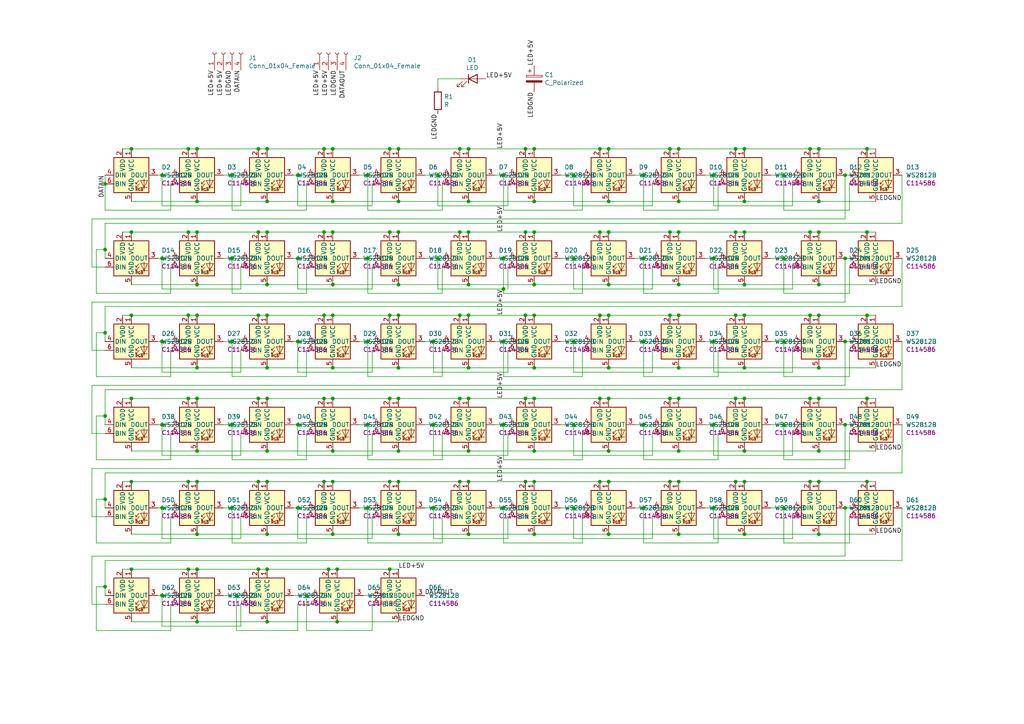
<source format=kicad_sch>
(kicad_sch (version 20211123) (generator eeschema)
  (paper "A4")
  (junction (at 237.49 115.57))
  (junction (at 135.89 139.7))
  (junction (at 95.25 165.1))
  (junction (at 196.85 154.94))
  (junction (at 186.69 50.8))
  (junction (at 113.03 67.31))
  (junction (at 176.53 43.18))
  (junction (at 30.48 120.65))
  (junction (at 77.47 130.81))
  (junction (at 38.1 43.18))
  (junction (at 154.94 67.31))
  (junction (at 173.99 67.31))
  (junction (at 135.89 154.94))
  (junction (at 176.53 139.7))
  (junction (at 176.53 130.81))
  (junction (at 67.31 74.93))
  (junction (at 57.15 43.18))
  (junction (at 133.35 91.44))
  (junction (at 196.85 130.81))
  (junction (at 196.85 139.7))
  (junction (at 176.53 115.57))
  (junction (at 86.36 50.8))
  (junction (at 133.35 115.57))
  (junction (at 154.94 82.55))
  (junction (at 93.98 139.7))
  (junction (at 213.36 91.44))
  (junction (at 215.9 154.94))
  (junction (at 196.85 91.44))
  (junction (at 57.15 139.7))
  (junction (at 86.36 123.19))
  (junction (at 106.68 74.93))
  (junction (at 196.85 43.18))
  (junction (at 38.1 115.57))
  (junction (at 234.95 139.7))
  (junction (at 67.31 147.32))
  (junction (at 54.61 139.7))
  (junction (at 166.37 123.19))
  (junction (at 176.53 154.94))
  (junction (at 154.94 115.57))
  (junction (at 251.46 115.57))
  (junction (at 57.15 154.94))
  (junction (at 77.47 58.42))
  (junction (at 215.9 106.68))
  (junction (at 38.1 67.31))
  (junction (at 97.79 165.1))
  (junction (at 93.98 91.44))
  (junction (at 77.47 165.1))
  (junction (at 93.98 43.18))
  (junction (at 154.94 106.68))
  (junction (at 133.35 43.18))
  (junction (at 152.4 43.18))
  (junction (at 54.61 43.18))
  (junction (at 176.53 91.44))
  (junction (at 215.9 43.18))
  (junction (at 46.99 123.19))
  (junction (at 173.99 115.57))
  (junction (at 30.48 144.78))
  (junction (at 215.9 82.55))
  (junction (at 77.47 180.34))
  (junction (at 194.31 115.57))
  (junction (at 176.53 67.31))
  (junction (at 133.35 139.7))
  (junction (at 196.85 67.31))
  (junction (at 237.49 82.55))
  (junction (at 135.89 106.68))
  (junction (at 127 74.93))
  (junction (at 237.49 67.31))
  (junction (at 115.57 130.81))
  (junction (at 166.37 99.06))
  (junction (at 96.52 139.7))
  (junction (at 152.4 91.44))
  (junction (at 237.49 91.44))
  (junction (at 96.52 154.94))
  (junction (at 57.15 91.44))
  (junction (at 227.33 99.06))
  (junction (at 154.94 58.42))
  (junction (at 196.85 58.42))
  (junction (at 96.52 106.68))
  (junction (at 86.36 147.32))
  (junction (at 251.46 139.7))
  (junction (at 207.01 123.19))
  (junction (at 96.52 130.81))
  (junction (at 57.15 115.57))
  (junction (at 77.47 115.57))
  (junction (at 245.11 50.8))
  (junction (at 113.03 139.7))
  (junction (at 115.57 43.18))
  (junction (at 93.98 115.57))
  (junction (at 213.36 139.7))
  (junction (at 207.01 147.32))
  (junction (at 135.89 58.42))
  (junction (at 46.99 147.32))
  (junction (at 115.57 82.55))
  (junction (at 215.9 91.44))
  (junction (at 234.95 115.57))
  (junction (at 215.9 58.42))
  (junction (at 113.03 165.1))
  (junction (at 77.47 106.68))
  (junction (at 57.15 180.34))
  (junction (at 77.47 139.7))
  (junction (at 176.53 106.68))
  (junction (at 113.03 91.44))
  (junction (at 46.99 172.72))
  (junction (at 194.31 67.31))
  (junction (at 46.99 99.06))
  (junction (at 74.93 165.1))
  (junction (at 194.31 91.44))
  (junction (at 245.11 74.93))
  (junction (at 115.57 154.94))
  (junction (at 234.95 43.18))
  (junction (at 96.52 115.57))
  (junction (at 57.15 130.81))
  (junction (at 196.85 106.68))
  (junction (at 251.46 67.31))
  (junction (at 154.94 139.7))
  (junction (at 74.93 43.18))
  (junction (at 135.89 43.18))
  (junction (at 245.11 99.06))
  (junction (at 135.89 130.81))
  (junction (at 74.93 91.44))
  (junction (at 96.52 82.55))
  (junction (at 215.9 67.31))
  (junction (at 154.94 154.94))
  (junction (at 96.52 67.31))
  (junction (at 146.05 83.82))
  (junction (at 194.31 139.7))
  (junction (at 166.37 74.93))
  (junction (at 173.99 91.44))
  (junction (at 57.15 82.55))
  (junction (at 57.15 67.31))
  (junction (at 176.53 58.42))
  (junction (at 106.68 147.32))
  (junction (at 77.47 82.55))
  (junction (at 234.95 91.44))
  (junction (at 237.49 154.94))
  (junction (at 67.31 123.19))
  (junction (at 57.15 165.1))
  (junction (at 194.31 43.18))
  (junction (at 146.05 74.93))
  (junction (at 125.73 99.06))
  (junction (at 234.95 67.31))
  (junction (at 86.36 74.93))
  (junction (at 213.36 115.57))
  (junction (at 176.53 82.55))
  (junction (at 186.69 99.06))
  (junction (at 245.11 147.32))
  (junction (at 115.57 115.57))
  (junction (at 133.35 67.31))
  (junction (at 115.57 91.44))
  (junction (at 113.03 115.57))
  (junction (at 54.61 67.31))
  (junction (at 57.15 106.68))
  (junction (at 88.9 172.72))
  (junction (at 77.47 67.31))
  (junction (at 30.48 72.39))
  (junction (at 96.52 58.42))
  (junction (at 96.52 91.44))
  (junction (at 54.61 165.1))
  (junction (at 186.69 123.19))
  (junction (at 127 50.8))
  (junction (at 93.98 67.31))
  (junction (at 106.68 50.8))
  (junction (at 38.1 139.7))
  (junction (at 215.9 130.81))
  (junction (at 215.9 115.57))
  (junction (at 251.46 43.18))
  (junction (at 30.48 170.18))
  (junction (at 115.57 106.68))
  (junction (at 30.48 96.52))
  (junction (at 46.99 50.8))
  (junction (at 245.11 123.19))
  (junction (at 135.89 67.31))
  (junction (at 251.46 91.44))
  (junction (at 77.47 154.94))
  (junction (at 213.36 67.31))
  (junction (at 54.61 115.57))
  (junction (at 152.4 139.7))
  (junction (at 207.01 50.8))
  (junction (at 115.57 139.7))
  (junction (at 96.52 43.18))
  (junction (at 54.61 91.44))
  (junction (at 74.93 67.31))
  (junction (at 146.05 147.32))
  (junction (at 173.99 139.7))
  (junction (at 135.89 82.55))
  (junction (at 38.1 165.1))
  (junction (at 146.05 50.8))
  (junction (at 215.9 139.7))
  (junction (at 106.68 99.06))
  (junction (at 74.93 115.57))
  (junction (at 237.49 58.42))
  (junction (at 154.94 130.81))
  (junction (at 166.37 50.8))
  (junction (at 106.68 123.19))
  (junction (at 146.05 123.19))
  (junction (at 227.33 147.32))
  (junction (at 166.37 147.32))
  (junction (at 196.85 82.55))
  (junction (at 67.31 50.8))
  (junction (at 57.15 58.42))
  (junction (at 67.31 99.06))
  (junction (at 237.49 43.18))
  (junction (at 227.33 74.93))
  (junction (at 146.05 99.06))
  (junction (at 125.73 123.19))
  (junction (at 113.03 43.18))
  (junction (at 237.49 106.68))
  (junction (at 152.4 115.57))
  (junction (at 46.99 74.93))
  (junction (at 74.93 139.7))
  (junction (at 213.36 43.18))
  (junction (at 186.69 74.93))
  (junction (at 135.89 115.57))
  (junction (at 152.4 67.31))
  (junction (at 86.36 99.06))
  (junction (at 237.49 139.7))
  (junction (at 237.49 130.81))
  (junction (at 154.94 91.44))
  (junction (at 227.33 50.8))
  (junction (at 30.48 53.34))
  (junction (at 68.58 172.72))
  (junction (at 77.47 91.44))
  (junction (at 227.33 123.19))
  (junction (at 207.01 74.93))
  (junction (at 115.57 58.42))
  (junction (at 186.69 147.32))
  (junction (at 38.1 91.44))
  (junction (at 196.85 115.57))
  (junction (at 125.73 147.32))
  (junction (at 207.01 99.06))
  (junction (at 115.57 67.31))
  (junction (at 97.79 180.34))
  (junction (at 173.99 43.18))
  (junction (at 135.89 91.44))
  (junction (at 77.47 43.18))
  (junction (at 154.94 43.18))
  (wire (pts (xy 261.62 162.56) (xy 30.48 162.56)))
  (wire (pts (xy 189.23 53.34) (xy 189.23 59.69)))
  (wire (pts (xy 166.37 99.06) (xy 168.91 99.06)))
  (wire (pts (xy 69.85 125.73) (xy 69.85 132.08)))
  (wire (pts (xy 254 67.31) (xy 251.46 67.31)))
  (wire (pts (xy 229.87 132.08) (xy 207.01 132.08)))
  (wire (pts (xy 125.73 123.19) (xy 128.27 123.19)))
  (wire (pts (xy 88.9 133.35) (xy 67.31 133.35)))
  (wire (pts (xy 227.33 157.48) (xy 227.33 147.32)))
  (wire (pts (xy 133.35 43.18) (xy 115.57 43.18)))
  (wire (pts (xy 107.95 156.21) (xy 86.36 156.21)))
  (wire (pts (xy 186.69 109.22) (xy 186.69 99.06)))
  (wire (pts (xy 152.4 67.31) (xy 135.89 67.31)))
  (wire (pts (xy 113.03 67.31) (xy 96.52 67.31)))
  (wire (pts (xy 168.91 133.35) (xy 146.05 133.35)))
  (wire (pts (xy 88.9 109.22) (xy 67.31 109.22)))
  (wire (pts (xy 113.03 139.7) (xy 96.52 139.7)))
  (wire (pts (xy 45.72 123.19) (xy 46.99 123.19)))
  (wire (pts (xy 115.57 130.81) (xy 135.89 130.81)))
  (wire (pts (xy 166.37 132.08) (xy 166.37 123.19)))
  (wire (pts (xy 85.09 147.32) (xy 86.36 147.32)))
  (wire (pts (xy 189.23 107.95) (xy 166.37 107.95)))
  (wire (pts (xy 152.4 115.57) (xy 135.89 115.57)))
  (wire (pts (xy 128.27 157.48) (xy 106.68 157.48)))
  (wire (pts (xy 67.31 74.93) (xy 69.85 74.93)))
  (wire (pts (xy 26.67 149.86) (xy 26.67 135.89)))
  (wire (pts (xy 64.77 147.32) (xy 67.31 147.32)))
  (wire (pts (xy 54.61 165.1) (xy 38.1 165.1)))
  (wire (pts (xy 237.49 58.42) (xy 254 58.42)))
  (wire (pts (xy 251.46 91.44) (xy 237.49 91.44)))
  (wire (pts (xy 186.69 60.96) (xy 186.69 50.8)))
  (wire (pts (xy 186.69 74.93) (xy 189.23 74.93)))
  (wire (pts (xy 106.68 99.06) (xy 107.95 99.06)))
  (wire (pts (xy 176.53 91.44) (xy 173.99 91.44)))
  (wire (pts (xy 107.95 125.73) (xy 107.95 132.08)))
  (wire (pts (xy 168.91 85.09) (xy 146.05 85.09)))
  (wire (pts (xy 38.1 67.31) (xy 35.56 67.31)))
  (wire (pts (xy 27.94 109.22) (xy 49.53 109.22)))
  (wire (pts (xy 147.32 107.95) (xy 125.73 107.95)))
  (wire (pts (xy 246.38 53.34) (xy 246.38 60.96)))
  (wire (pts (xy 154.94 43.18) (xy 152.4 43.18)))
  (wire (pts (xy 115.57 115.57) (xy 113.03 115.57)))
  (wire (pts (xy 237.49 106.68) (xy 254 106.68)))
  (wire (pts (xy 237.49 115.57) (xy 234.95 115.57)))
  (wire (pts (xy 146.05 85.09) (xy 146.05 83.82)))
  (wire (pts (xy 166.37 107.95) (xy 166.37 99.06)))
  (wire (pts (xy 176.53 106.68) (xy 196.85 106.68)))
  (wire (pts (xy 27.94 96.52) (xy 30.48 96.52)))
  (wire (pts (xy 173.99 67.31) (xy 154.94 67.31)))
  (wire (pts (xy 38.1 165.1) (xy 35.56 165.1)))
  (wire (pts (xy 113.03 91.44) (xy 96.52 91.44)))
  (wire (pts (xy 38.1 106.68) (xy 57.15 106.68)))
  (wire (pts (xy 146.05 157.48) (xy 146.05 147.32)))
  (wire (pts (xy 88.9 182.88) (xy 88.9 172.72)))
  (wire (pts (xy 30.48 53.34) (xy 30.48 50.8)))
  (wire (pts (xy 245.11 161.29) (xy 245.11 147.32)))
  (wire (pts (xy 57.15 130.81) (xy 77.47 130.81)))
  (wire (pts (xy 207.01 74.93) (xy 208.28 74.93)))
  (wire (pts (xy 154.94 130.81) (xy 176.53 130.81)))
  (wire (pts (xy 30.48 72.39) (xy 30.48 74.93)))
  (wire (pts (xy 237.49 130.81) (xy 254 130.81)))
  (wire (pts (xy 146.05 83.82) (xy 127 83.82)))
  (wire (pts (xy 45.72 50.8) (xy 46.99 50.8)))
  (wire (pts (xy 54.61 67.31) (xy 38.1 67.31)))
  (wire (pts (xy 54.61 115.57) (xy 38.1 115.57)))
  (wire (pts (xy 67.31 109.22) (xy 67.31 99.06)))
  (wire (pts (xy 234.95 91.44) (xy 215.9 91.44)))
  (wire (pts (xy 147.32 125.73) (xy 147.32 132.08)))
  (wire (pts (xy 146.05 147.32) (xy 147.32 147.32)))
  (wire (pts (xy 146.05 109.22) (xy 146.05 99.06)))
  (wire (pts (xy 85.09 50.8) (xy 86.36 50.8)))
  (wire (pts (xy 107.95 101.6) (xy 107.95 107.95)))
  (wire (pts (xy 69.85 77.47) (xy 69.85 83.82)))
  (wire (pts (xy 27.94 85.09) (xy 49.53 85.09)))
  (wire (pts (xy 207.01 50.8) (xy 208.28 50.8)))
  (wire (pts (xy 229.87 77.47) (xy 229.87 83.82)))
  (wire (pts (xy 189.23 149.86) (xy 189.23 156.21)))
  (wire (pts (xy 46.99 156.21) (xy 46.99 147.32)))
  (wire (pts (xy 135.89 154.94) (xy 154.94 154.94)))
  (wire (pts (xy 128.27 60.96) (xy 106.68 60.96)))
  (wire (pts (xy 27.94 157.48) (xy 27.94 144.78)))
  (wire (pts (xy 135.89 82.55) (xy 154.94 82.55)))
  (wire (pts (xy 173.99 139.7) (xy 154.94 139.7)))
  (wire (pts (xy 146.05 50.8) (xy 147.32 50.8)))
  (wire (pts (xy 74.93 139.7) (xy 57.15 139.7)))
  (wire (pts (xy 115.57 139.7) (xy 113.03 139.7)))
  (wire (pts (xy 147.32 132.08) (xy 125.73 132.08)))
  (wire (pts (xy 96.52 58.42) (xy 115.57 58.42)))
  (wire (pts (xy 127 83.82) (xy 127 74.93)))
  (wire (pts (xy 96.52 43.18) (xy 93.98 43.18)))
  (wire (pts (xy 26.67 101.6) (xy 26.67 87.63)))
  (wire (pts (xy 115.57 67.31) (xy 113.03 67.31)))
  (wire (pts (xy 215.9 82.55) (xy 237.49 82.55)))
  (wire (pts (xy 67.31 60.96) (xy 67.31 50.8)))
  (wire (pts (xy 227.33 74.93) (xy 229.87 74.93)))
  (wire (pts (xy 57.15 106.68) (xy 77.47 106.68)))
  (wire (pts (xy 104.14 50.8) (xy 106.68 50.8)))
  (wire (pts (xy 166.37 156.21) (xy 166.37 147.32)))
  (wire (pts (xy 104.14 147.32) (xy 106.68 147.32)))
  (wire (pts (xy 88.9 77.47) (xy 88.9 85.09)))
  (wire (pts (xy 227.33 50.8) (xy 229.87 50.8)))
  (wire (pts (xy 184.15 74.93) (xy 186.69 74.93)))
  (wire (pts (xy 113.03 43.18) (xy 96.52 43.18)))
  (wire (pts (xy 227.33 99.06) (xy 229.87 99.06)))
  (wire (pts (xy 123.19 147.32) (xy 125.73 147.32)))
  (wire (pts (xy 147.32 101.6) (xy 147.32 107.95)))
  (wire (pts (xy 207.01 107.95) (xy 207.01 99.06)))
  (wire (pts (xy 166.37 123.19) (xy 168.91 123.19)))
  (wire (pts (xy 38.1 139.7) (xy 35.56 139.7)))
  (wire (pts (xy 251.46 67.31) (xy 237.49 67.31)))
  (wire (pts (xy 251.46 43.18) (xy 237.49 43.18)))
  (wire (pts (xy 162.56 147.32) (xy 166.37 147.32)))
  (wire (pts (xy 106.68 109.22) (xy 106.68 99.06)))
  (wire (pts (xy 194.31 67.31) (xy 176.53 67.31)))
  (wire (pts (xy 173.99 115.57) (xy 154.94 115.57)))
  (wire (pts (xy 251.46 139.7) (xy 237.49 139.7)))
  (wire (pts (xy 213.36 91.44) (xy 196.85 91.44)))
  (wire (pts (xy 152.4 43.18) (xy 135.89 43.18)))
  (wire (pts (xy 227.33 147.32) (xy 229.87 147.32)))
  (wire (pts (xy 246.38 77.47) (xy 246.38 85.09)))
  (wire (pts (xy 154.94 67.31) (xy 152.4 67.31)))
  (wire (pts (xy 27.94 72.39) (xy 30.48 72.39)))
  (wire (pts (xy 154.94 82.55) (xy 176.53 82.55)))
  (wire (pts (xy 26.67 161.29) (xy 245.11 161.29)))
  (wire (pts (xy 86.36 175.26) (xy 86.36 182.88)))
  (wire (pts (xy 86.36 156.21) (xy 86.36 147.32)))
  (wire (pts (xy 107.95 149.86) (xy 107.95 156.21)))
  (wire (pts (xy 95.25 165.1) (xy 97.79 165.1)))
  (wire (pts (xy 104.14 99.06) (xy 106.68 99.06)))
  (wire (pts (xy 88.9 125.73) (xy 88.9 133.35)))
  (wire (pts (xy 229.87 59.69) (xy 207.01 59.69)))
  (wire (pts (xy 204.47 99.06) (xy 207.01 99.06)))
  (wire (pts (xy 215.9 91.44) (xy 213.36 91.44)))
  (wire (pts (xy 115.57 43.18) (xy 113.03 43.18)))
  (wire (pts (xy 237.49 91.44) (xy 234.95 91.44)))
  (wire (pts (xy 69.85 53.34) (xy 69.85 59.69)))
  (wire (pts (xy 215.9 139.7) (xy 213.36 139.7)))
  (wire (pts (xy 104.14 74.93) (xy 106.68 74.93)))
  (wire (pts (xy 30.48 149.86) (xy 26.67 149.86)))
  (wire (pts (xy 166.37 147.32) (xy 168.91 147.32)))
  (wire (pts (xy 128.27 53.34) (xy 128.27 60.96)))
  (wire (pts (xy 49.53 60.96) (xy 49.53 53.34)))
  (wire (pts (xy 176.53 43.18) (xy 173.99 43.18)))
  (wire (pts (xy 30.48 162.56) (xy 30.48 170.18)))
  (wire (pts (xy 85.09 99.06) (xy 86.36 99.06)))
  (wire (pts (xy 85.09 172.72) (xy 88.9 172.72)))
  (wire (pts (xy 46.99 123.19) (xy 49.53 123.19)))
  (wire (pts (xy 237.49 154.94) (xy 254 154.94)))
  (wire (pts (xy 237.49 139.7) (xy 234.95 139.7)))
  (wire (pts (xy 38.1 91.44) (xy 35.56 91.44)))
  (wire (pts (xy 227.33 133.35) (xy 227.33 123.19)))
  (wire (pts (xy 30.48 101.6) (xy 26.67 101.6)))
  (wire (pts (xy 176.53 154.94) (xy 196.85 154.94)))
  (wire (pts (xy 27.94 109.22) (xy 27.94 96.52)))
  (wire (pts (xy 46.99 74.93) (xy 49.53 74.93)))
  (wire (pts (xy 186.69 85.09) (xy 186.69 74.93)))
  (wire (pts (xy 77.47 43.18) (xy 74.93 43.18)))
  (wire (pts (xy 147.32 77.47) (xy 147.32 83.82)))
  (wire (pts (xy 135.89 58.42) (xy 154.94 58.42)))
  (wire (pts (xy 77.47 165.1) (xy 74.93 165.1)))
  (wire (pts (xy 152.4 91.44) (xy 135.89 91.44)))
  (wire (pts (xy 30.48 88.9) (xy 30.48 96.52)))
  (wire (pts (xy 57.15 115.57) (xy 54.61 115.57)))
  (wire (pts (xy 127 50.8) (xy 128.27 50.8)))
  (wire (pts (xy 237.49 82.55) (xy 254 82.55)))
  (wire (pts (xy 85.09 74.93) (xy 86.36 74.93)))
  (wire (pts (xy 162.56 123.19) (xy 166.37 123.19)))
  (wire (pts (xy 254 43.18) (xy 251.46 43.18)))
  (wire (pts (xy 146.05 60.96) (xy 146.05 50.8)))
  (wire (pts (xy 74.93 165.1) (xy 57.15 165.1)))
  (wire (pts (xy 143.51 123.19) (xy 146.05 123.19)))
  (wire (pts (xy 194.31 115.57) (xy 176.53 115.57)))
  (wire (pts (xy 229.87 107.95) (xy 207.01 107.95)))
  (wire (pts (xy 125.73 147.32) (xy 128.27 147.32)))
  (wire (pts (xy 143.51 74.93) (xy 146.05 74.93)))
  (wire (pts (xy 245.11 147.32) (xy 246.38 147.32)))
  (wire (pts (xy 237.49 67.31) (xy 234.95 67.31)))
  (wire (pts (xy 106.68 157.48) (xy 106.68 147.32)))
  (wire (pts (xy 128.27 101.6) (xy 128.27 109.22)))
  (wire (pts (xy 46.99 99.06) (xy 49.53 99.06)))
  (wire (pts (xy 67.31 99.06) (xy 69.85 99.06)))
  (wire (pts (xy 186.69 123.19) (xy 189.23 123.19)))
  (wire (pts (xy 204.47 123.19) (xy 207.01 123.19)))
  (wire (pts (xy 97.79 165.1) (xy 113.03 165.1)))
  (wire (pts (xy 176.53 58.42) (xy 196.85 58.42)))
  (wire (pts (xy 261.62 137.16) (xy 30.48 137.16)))
  (wire (pts (xy 27.94 144.78) (xy 30.48 144.78)))
  (wire (pts (xy 26.67 135.89) (xy 245.11 135.89)))
  (wire (pts (xy 54.61 91.44) (xy 38.1 91.44)))
  (wire (pts (xy 261.62 74.93) (xy 261.62 88.9)))
  (wire (pts (xy 223.52 123.19) (xy 227.33 123.19)))
  (wire (pts (xy 234.95 115.57) (xy 215.9 115.57)))
  (wire (pts (xy 69.85 83.82) (xy 46.99 83.82)))
  (wire (pts (xy 93.98 115.57) (xy 77.47 115.57)))
  (wire (pts (xy 123.19 74.93) (xy 127 74.93)))
  (wire (pts (xy 106.68 147.32) (xy 107.95 147.32)))
  (wire (pts (xy 246.38 109.22) (xy 227.33 109.22)))
  (wire (pts (xy 254 91.44) (xy 251.46 91.44)))
  (wire (pts (xy 196.85 67.31) (xy 194.31 67.31)))
  (wire (pts (xy 194.31 91.44) (xy 176.53 91.44)))
  (wire (pts (xy 135.89 115.57) (xy 133.35 115.57)))
  (wire (pts (xy 152.4 139.7) (xy 135.89 139.7)))
  (wire (pts (xy 213.36 115.57) (xy 196.85 115.57)))
  (wire (pts (xy 234.95 139.7) (xy 215.9 139.7)))
  (wire (pts (xy 184.15 99.06) (xy 186.69 99.06)))
  (wire (pts (xy 113.03 115.57) (xy 96.52 115.57)))
  (wire (pts (xy 254 115.57) (xy 251.46 115.57)))
  (wire (pts (xy 30.48 144.78) (xy 30.48 147.32)))
  (wire (pts (xy 46.99 50.8) (xy 49.53 50.8)))
  (wire (pts (xy 186.69 99.06) (xy 189.23 99.06)))
  (wire (pts (xy 227.33 85.09) (xy 227.33 74.93)))
  (wire (pts (xy 86.36 182.88) (xy 68.58 182.88)))
  (wire (pts (xy 146.05 123.19) (xy 147.32 123.19)))
  (wire (pts (xy 77.47 106.68) (xy 96.52 106.68)))
  (wire (pts (xy 173.99 91.44) (xy 154.94 91.44)))
  (wire (pts (xy 64.77 50.8) (xy 67.31 50.8)))
  (wire (pts (xy 30.48 77.47) (xy 26.67 77.47)))
  (wire (pts (xy 107.95 107.95) (xy 86.36 107.95)))
  (wire (pts (xy 207.01 147.32) (xy 208.28 147.32)))
  (wire (pts (xy 67.31 50.8) (xy 69.85 50.8)))
  (wire (pts (xy 93.98 91.44) (xy 77.47 91.44)))
  (wire (pts (xy 168.91 60.96) (xy 146.05 60.96)))
  (wire (pts (xy 196.85 130.81) (xy 215.9 130.81)))
  (wire (pts (xy 215.9 43.18) (xy 213.36 43.18)))
  (wire (pts (xy 106.68 50.8) (xy 107.95 50.8)))
  (wire (pts (xy 133.35 115.57) (xy 115.57 115.57)))
  (wire (pts (xy 77.47 91.44) (xy 74.93 91.44)))
  (wire (pts (xy 74.93 67.31) (xy 57.15 67.31)))
  (wire (pts (xy 49.53 133.35) (xy 49.53 125.73)))
  (wire (pts (xy 46.99 107.95) (xy 46.99 99.06)))
  (wire (pts (xy 229.87 53.34) (xy 229.87 59.69)))
  (wire (pts (xy 146.05 133.35) (xy 146.05 123.19)))
  (wire (pts (xy 166.37 59.69) (xy 166.37 50.8)))
  (wire (pts (xy 77.47 67.31) (xy 74.93 67.31)))
  (wire (pts (xy 227.33 60.96) (xy 227.33 50.8)))
  (wire (pts (xy 245.11 99.06) (xy 246.38 99.06)))
  (wire (pts (xy 57.15 180.34) (xy 77.47 180.34)))
  (wire (pts (xy 46.99 132.08) (xy 46.99 123.19)))
  (wire (pts (xy 196.85 139.7) (xy 194.31 139.7)))
  (wire (pts (xy 135.89 67.31) (xy 133.35 67.31)))
  (wire (pts (xy 189.23 77.47) (xy 189.23 83.82)))
  (wire (pts (xy 246.38 133.35) (xy 227.33 133.35)))
  (wire (pts (xy 208.28 109.22) (xy 186.69 109.22)))
  (wire (pts (xy 246.38 60.96) (xy 227.33 60.96)))
  (wire (pts (xy 154.94 154.94) (xy 176.53 154.94)))
  (wire (pts (xy 38.1 58.42) (xy 57.15 58.42)))
  (wire (pts (xy 26.67 87.63) (xy 245.11 87.63)))
  (wire (pts (xy 204.47 147.32) (xy 207.01 147.32)))
  (wire (pts (xy 54.61 43.18) (xy 38.1 43.18)))
  (wire (pts (xy 128.27 133.35) (xy 106.68 133.35)))
  (wire (pts (xy 147.32 156.21) (xy 125.73 156.21)))
  (wire (pts (xy 86.36 74.93) (xy 88.9 74.93)))
  (wire (pts (xy 86.36 99.06) (xy 88.9 99.06)))
  (wire (pts (xy 26.67 111.76) (xy 245.11 111.76)))
  (wire (pts (xy 69.85 181.61) (xy 46.99 181.61)))
  (wire (pts (xy 173.99 43.18) (xy 154.94 43.18)))
  (wire (pts (xy 246.38 85.09) (xy 227.33 85.09)))
  (wire (pts (xy 208.28 125.73) (xy 208.28 133.35)))
  (wire (pts (xy 127 74.93) (xy 128.27 74.93)))
  (wire (pts (xy 246.38 125.73) (xy 246.38 133.35)))
  (wire (pts (xy 133.35 91.44) (xy 115.57 91.44)))
  (wire (pts (xy 88.9 53.34) (xy 88.9 60.96)))
  (wire (pts (xy 88.9 172.72) (xy 90.17 172.72)))
  (wire (pts (xy 246.38 101.6) (xy 246.38 109.22)))
  (wire (pts (xy 27.94 85.09) (xy 27.94 72.39)))
  (wire (pts (xy 123.19 123.19) (xy 125.73 123.19)))
  (wire (pts (xy 143.51 99.06) (xy 146.05 99.06)))
  (wire (pts (xy 96.52 106.68) (xy 115.57 106.68)))
  (wire (pts (xy 125.73 99.06) (xy 128.27 99.06)))
  (wire (pts (xy 215.9 154.94) (xy 237.49 154.94)))
  (wire (pts (xy 74.93 91.44) (xy 57.15 91.44)))
  (wire (pts (xy 77.47 180.34) (xy 97.79 180.34)))
  (wire (pts (xy 27.94 133.35) (xy 27.94 120.65)))
  (wire (pts (xy 106.68 85.09) (xy 106.68 74.93)))
  (wire (pts (xy 38.1 130.81) (xy 57.15 130.81)))
  (wire (pts (xy 208.28 77.47) (xy 208.28 85.09)))
  (wire (pts (xy 26.67 63.5) (xy 245.11 63.5)))
  (wire (pts (xy 261.62 123.19) (xy 261.62 137.16)))
  (wire (pts (xy 196.85 91.44) (xy 194.31 91.44)))
  (wire (pts (xy 125.73 107.95) (xy 125.73 99.06)))
  (wire (pts (xy 176.53 130.81) (xy 196.85 130.81)))
  (wire (pts (xy 125.73 147.32) (xy 125.73 156.21)))
  (wire (pts (xy 168.91 77.47) (xy 168.91 85.09)))
  (wire (pts (xy 184.15 147.32) (xy 186.69 147.32)))
  (wire (pts (xy 196.85 115.57) (xy 194.31 115.57)))
  (wire (pts (xy 96.52 115.57) (xy 93.98 115.57)))
  (wire (pts (xy 189.23 83.82) (xy 166.37 83.82)))
  (wire (pts (xy 88.9 85.09) (xy 67.31 85.09)))
  (wire (pts (xy 154.94 115.57) (xy 152.4 115.57)))
  (wire (pts (xy 215.9 130.81) (xy 237.49 130.81)))
  (wire (pts (xy 38.1 180.34) (xy 57.15 180.34)))
  (wire (pts (xy 26.67 77.47) (xy 26.67 63.5)))
  (wire (pts (xy 168.91 157.48) (xy 146.05 157.48)))
  (wire (pts (xy 189.23 125.73) (xy 189.23 132.08)))
  (wire (pts (xy 261.62 162.56) (xy 261.62 147.32)))
  (wire (pts (xy 86.36 132.08) (xy 86.36 123.19)))
  (wire (pts (xy 133.35 22.86) (xy 127 22.86)))
  (wire (pts (xy 234.95 67.31) (xy 215.9 67.31)))
  (wire (pts (xy 208.28 101.6) (xy 208.28 109.22)))
  (wire (pts (xy 107.95 182.88) (xy 88.9 182.88)))
  (wire (pts (xy 95.25 165.1) (xy 77.47 165.1)))
  (wire (pts (xy 115.57 106.68) (xy 135.89 106.68)))
  (wire (pts (xy 57.15 91.44) (xy 54.61 91.44)))
  (wire (pts (xy 123.19 99.06) (xy 125.73 99.06)))
  (wire (pts (xy 46.99 147.32) (xy 49.53 147.32)))
  (wire (pts (xy 77.47 58.42) (xy 96.52 58.42)))
  (wire (pts (xy 64.77 172.72) (xy 68.58 172.72)))
  (wire (pts (xy 68.58 172.72) (xy 69.85 172.72)))
  (wire (pts (xy 93.98 67.31) (xy 77.47 67.31)))
  (wire (pts (xy 196.85 43.18) (xy 194.31 43.18)))
  (wire (pts (xy 208.28 85.09) (xy 186.69 85.09)))
  (wire (pts (xy 86.36 50.8) (xy 88.9 50.8)))
  (wire (pts (xy 104.14 123.19) (xy 106.68 123.19)))
  (wire (pts (xy 194.31 43.18) (xy 176.53 43.18)))
  (wire (pts (xy 49.53 85.09) (xy 49.53 77.47)))
  (wire (pts (xy 245.11 50.8) (xy 246.38 50.8)))
  (wire (pts (xy 30.48 113.03) (xy 30.48 120.65)))
  (wire (pts (xy 57.15 67.31) (xy 54.61 67.31)))
  (wire (pts (xy 208.28 60.96) (xy 186.69 60.96)))
  (wire (pts (xy 162.56 50.8) (xy 166.37 50.8)))
  (wire (pts (xy 176.53 139.7) (xy 173.99 139.7)))
  (wire (pts (xy 88.9 149.86) (xy 88.9 157.48)))
  (wire (pts (xy 261.62 50.8) (xy 261.62 64.77)))
  (wire (pts (xy 69.85 156.21) (xy 46.99 156.21)))
  (wire (pts (xy 127 59.69) (xy 127 50.8)))
  (wire (pts (xy 67.31 133.35) (xy 67.31 123.19)))
  (wire (pts (xy 245.11 74.93) (xy 246.38 74.93)))
  (wire (pts (xy 189.23 101.6) (xy 189.23 107.95)))
  (wire (pts (xy 186.69 147.32) (xy 189.23 147.32)))
  (wire (pts (xy 69.85 175.26) (xy 69.85 181.61)))
  (wire (pts (xy 196.85 58.42) (xy 215.9 58.42)))
  (wire (pts (xy 45.72 172.72) (xy 46.99 172.72)))
  (wire (pts (xy 96.52 130.81) (xy 115.57 130.81)))
  (wire (pts (xy 90.17 175.26) (xy 86.36 175.26)))
  (wire (pts (xy 245.11 123.19) (xy 246.38 123.19)))
  (wire (pts (xy 135.89 91.44) (xy 133.35 91.44)))
  (wire (pts (xy 166.37 83.82) (xy 166.37 74.93)))
  (wire (pts (xy 46.99 172.72) (xy 49.53 172.72)))
  (wire (pts (xy 27.94 133.35) (xy 49.53 133.35)))
  (wire (pts (xy 213.36 43.18) (xy 196.85 43.18)))
  (wire (pts (xy 77.47 115.57) (xy 74.93 115.57)))
  (wire (pts (xy 128.27 77.47) (xy 128.27 85.09)))
  (wire (pts (xy 57.15 139.7) (xy 54.61 139.7)))
  (wire (pts (xy 245.11 87.63) (xy 245.11 74.93)))
  (wire (pts (xy 207.01 83.82) (xy 207.01 74.93)))
  (wire (pts (xy 196.85 106.68) (xy 215.9 106.68)))
  (wire (pts (xy 96.52 154.94) (xy 115.57 154.94)))
  (wire (pts (xy 115.57 154.94) (xy 135.89 154.94)))
  (wire (pts (xy 261.62 64.77) (xy 30.48 64.77)))
  (wire (pts (xy 77.47 82.55) (xy 96.52 82.55)))
  (wire (pts (xy 229.87 149.86) (xy 229.87 156.21)))
  (wire (pts (xy 207.01 99.06) (xy 208.28 99.06)))
  (wire (pts (xy 261.62 113.03) (xy 30.48 113.03)))
  (wire (pts (xy 107.95 53.34) (xy 107.95 59.69)))
  (wire (pts (xy 135.89 130.81) (xy 154.94 130.81)))
  (wire (pts (xy 67.31 123.19) (xy 69.85 123.19)))
  (wire (pts (xy 229.87 156.21) (xy 207.01 156.21)))
  (wire (pts (xy 88.9 101.6) (xy 88.9 109.22)))
  (wire (pts (xy 30.48 53.34) (xy 30.48 60.96)))
  (wire (pts (xy 184.15 50.8) (xy 186.69 50.8)))
  (wire (pts (xy 49.53 109.22) (xy 49.53 101.6)))
  (wire (pts (xy 106.68 74.93) (xy 107.95 74.93)))
  (wire (pts (xy 227.33 109.22) (xy 227.33 99.06)))
  (wire (pts (xy 154.94 91.44) (xy 152.4 91.44)))
  (wire (pts (xy 69.85 101.6) (xy 69.85 107.95)))
  (wire (pts (xy 261.62 88.9) (xy 30.48 88.9)))
  (wire (pts (xy 189.23 156.21) (xy 166.37 156.21)))
  (wire (pts (xy 196.85 154.94) (xy 215.9 154.94)))
  (wire (pts (xy 166.37 74.93) (xy 168.91 74.93)))
  (wire (pts (xy 30.48 175.26) (xy 26.67 175.26)))
  (wire (pts (xy 30.48 96.52) (xy 30.48 99.06)))
  (wire (pts (xy 107.95 77.47) (xy 107.95 83.82)))
  (wire (pts (xy 146.05 83.82) (xy 146.05 74.93)))
  (wire (pts (xy 168.91 149.86) (xy 168.91 157.48)))
  (wire (pts (xy 154.94 106.68) (xy 176.53 106.68)))
  (wire (pts (xy 223.52 74.93) (xy 227.33 74.93)))
  (wire (pts (xy 162.56 74.93) (xy 166.37 74.93)))
  (wire (pts (xy 38.1 82.55) (xy 57.15 82.55)))
  (wire (pts (xy 215.9 106.68) (xy 237.49 106.68)))
  (wire (pts (xy 254 139.7) (xy 251.46 139.7)))
  (wire (pts (xy 77.47 154.94) (xy 96.52 154.94)))
  (wire (pts (xy 27.94 120.65) (xy 30.48 120.65)))
  (wire (pts (xy 74.93 43.18) (xy 57.15 43.18)))
  (wire (pts (xy 135.89 106.68) (xy 154.94 106.68)))
  (wire (pts (xy 27.94 182.88) (xy 49.53 182.88)))
  (wire (pts (xy 133.35 67.31) (xy 115.57 67.31)))
  (wire (pts (xy 208.28 157.48) (xy 186.69 157.48)))
  (wire (pts (xy 46.99 83.82) (xy 46.99 74.93)))
  (wire (pts (xy 30.48 125.73) (xy 26.67 125.73)))
  (wire (pts (xy 27.94 157.48) (xy 49.53 157.48)))
  (wire (pts (xy 246.38 157.48) (xy 227.33 157.48)))
  (wire (pts (xy 68.58 182.88) (xy 68.58 172.72)))
  (wire (pts (xy 86.36 83.82) (xy 86.36 74.93)))
  (wire (pts (xy 49.53 157.48) (xy 49.53 149.86)))
  (wire (pts (xy 57.15 58.42) (xy 77.47 58.42)))
  (wire (pts (xy 57.15 43.18) (xy 54.61 43.18)))
  (wire (pts (xy 204.47 50.8) (xy 207.01 50.8)))
  (wire (pts (xy 147.32 53.34) (xy 147.32 59.69)))
  (wire (pts (xy 135.89 43.18) (xy 133.35 43.18)))
  (wire (pts (xy 186.69 133.35) (xy 186.69 123.19)))
  (wire (pts (xy 162.56 99.06) (xy 166.37 99.06)))
  (wire (pts (xy 207.01 123.19) (xy 208.28 123.19)))
  (wire (pts (xy 64.77 74.93) (xy 67.31 74.93)))
  (wire (pts (xy 176.53 82.55) (xy 196.85 82.55)))
  (wire (pts (xy 105.41 172.72) (xy 107.95 172.72)))
  (wire (pts (xy 86.36 107.95) (xy 86.36 99.06)))
  (wire (pts (xy 67.31 157.48) (xy 67.31 147.32)))
  (wire (pts (xy 251.46 115.57) (xy 237.49 115.57)))
  (wire (pts (xy 196.85 82.55) (xy 215.9 82.55)))
  (wire (pts (xy 67.31 85.09) (xy 67.31 74.93)))
  (wire (pts (xy 147.32 149.86) (xy 147.32 156.21)))
  (wire (pts (xy 261.62 99.06) (xy 261.62 113.03)))
  (wire (pts (xy 208.28 53.34) (xy 208.28 60.96)))
  (wire (pts (xy 96.52 82.55) (xy 115.57 82.55)))
  (wire (pts (xy 227.33 123.19) (xy 229.87 123.19)))
  (wire (pts (xy 46.99 181.61) (xy 46.99 172.72)))
  (wire (pts (xy 115.57 91.44) (xy 113.03 91.44)))
  (wire (pts (xy 186.69 157.48) (xy 186.69 147.32)))
  (wire (pts (xy 176.53 115.57) (xy 173.99 115.57)))
  (wire (pts (xy 74.93 115.57) (xy 57.15 115.57)))
  (wire (pts (xy 115.57 82.55) (xy 135.89 82.55)))
  (wire (pts (xy 77.47 130.81) (xy 96.52 130.81)))
  (wire (pts (xy 115.57 165.1) (xy 113.03 165.1)))
  (wire (pts (xy 49.53 182.88) (xy 49.53 175.26)))
  (wire (pts (xy 204.47 74.93) (xy 207.01 74.93)))
  (wire (pts (xy 97.79 180.34) (xy 115.57 180.34)))
  (wire (pts (xy 176.53 67.31) (xy 173.99 67.31)))
  (wire (pts (xy 107.95 175.26) (xy 107.95 182.88)))
  (wire (pts (xy 127 22.86) (xy 127 25.4)))
  (wire (pts (xy 107.95 83.82) (xy 86.36 83.82)))
  (wire (pts (xy 86.36 59.69) (xy 86.36 50.8)))
  (wire (pts (xy 168.91 101.6) (xy 168.91 109.22)))
  (wire (pts (xy 69.85 107.95) (xy 46.99 107.95)))
  (wire (pts (xy 146.05 99.06) (xy 147.32 99.06)))
  (wire (pts (xy 168.91 53.34) (xy 168.91 60.96)))
  (wire (pts (xy 30.48 137.16) (xy 30.48 144.78)))
  (wire (pts (xy 96.52 67.31) (xy 93.98 67.31)))
  (wire (pts (xy 208.28 149.86) (xy 208.28 157.48)))
  (wire (pts (xy 106.68 133.35) (xy 106.68 123.19)))
  (wire (pts (xy 194.31 139.7) (xy 176.53 139.7)))
  (wire (pts (xy 38.1 43.18) (xy 35.56 43.18)))
  (wire (pts (xy 106.68 123.19) (xy 107.95 123.19)))
  (wire (pts (xy 96.52 91.44) (xy 93.98 91.44)))
  (wire (pts (xy 143.51 50.8) (xy 146.05 50.8)))
  (wire (pts (xy 207.01 132.08) (xy 207.01 123.19)))
  (wire (pts (xy 77.47 139.7) (xy 74.93 139.7)))
  (wire (pts (xy 26.67 175.26) (xy 26.67 161.29)))
  (wire (pts (xy 128.27 85.09) (xy 106.68 85.09)))
  (wire (pts (xy 245.11 111.76) (xy 245.11 99.06)))
  (wire (pts (xy 69.85 149.86) (xy 69.85 156.21)))
  (wire (pts (xy 57.15 165.1) (xy 54.61 165.1)))
  (wire (pts (xy 30.48 60.96) (xy 49.53 60.96)))
  (wire (pts (xy 64.77 123.19) (xy 67.31 123.19)))
  (wire (pts (xy 30.48 120.65) (xy 30.48 123.19)))
  (wire (pts (xy 146.05 74.93) (xy 147.32 74.93)))
  (wire (pts (xy 88.9 157.48) (xy 67.31 157.48)))
  (wire (pts (xy 128.27 125.73) (xy 128.27 133.35)))
  (wire (pts (xy 26.67 125.73) (xy 26.67 111.76)))
  (wire (pts (xy 166.37 50.8) (xy 168.91 50.8)))
  (wire (pts (xy 93.98 43.18) (xy 77.47 43.18)))
  (wire (pts (xy 223.52 99.06) (xy 227.33 99.06)))
  (wire (pts (xy 128.27 109.22) (xy 106.68 109.22)))
  (wire (pts (xy 46.99 59.69) (xy 46.99 50.8)))
  (wire (pts (xy 229.87 101.6) (xy 229.87 107.95)))
  (wire (pts (xy 27.94 182.88) (xy 27.94 170.18)))
  (wire (pts (xy 30.48 170.18) (xy 30.48 172.72)))
  (wire (pts (xy 86.36 147.32) (xy 88.9 147.32)))
  (wire (pts (xy 168.91 125.73) (xy 168.91 133.35)))
  (wire (pts (xy 213.36 67.31) (xy 196.85 67.31)))
  (wire (pts (xy 106.68 60.96) (xy 106.68 50.8)))
  (wire (pts (xy 38.1 115.57) (xy 35.56 115.57)))
  (wire (pts (xy 30.48 64.77) (xy 30.48 72.39)))
  (wire (pts (xy 27.94 170.18) (xy 30.48 170.18)))
  (wire (pts (xy 154.94 139.7) (xy 152.4 139.7)))
  (wire (pts (xy 67.31 147.32) (xy 69.85 147.32)))
  (wire (pts (xy 223.52 147.32) (xy 227.33 147.32)))
  (wire (pts (xy 86.36 123.19) (xy 88.9 123.19)))
  (wire (pts (xy 85.09 123.19) (xy 86.36 123.19)))
  (wire (pts (xy 57.15 154.94) (xy 77.47 154.94)))
  (wire (pts (xy 168.91 109.22) (xy 146.05 109.22)))
  (wire (pts (xy 229.87 125.73) (xy 229.87 132.08)))
  (wire (pts (xy 38.1 154.94) (xy 57.15 154.94)))
  (wire (pts (xy 154.94 58.42) (xy 176.53 58.42)))
  (wire (pts (xy 229.87 83.82) (xy 207.01 83.82)))
  (wire (pts (xy 143.51 147.32) (xy 146.05 147.32)))
  (wire (pts (xy 189.23 59.69) (xy 166.37 59.69)))
  (wire (pts (xy 45.72 147.32) (xy 46.99 147.32)))
  (wire (pts (xy 186.69 50.8) (xy 189.23 50.8)))
  (wire (pts (xy 223.52 50.8) (xy 227.33 50.8)))
  (wire (pts (xy 234.95 43.18) (xy 215.9 43.18)))
  (wire (pts (xy 246.38 149.86) (xy 246.38 157.48)))
  (wire (pts (xy 245.11 135.89) (xy 245.11 123.19)))
  (wire (pts (xy 69.85 132.08) (xy 46.99 132.08)))
  (wire (pts (xy 128.27 149.86) (xy 128.27 157.48)))
  (wire (pts (xy 125.73 132.08) (xy 125.73 123.19)))
  (wire (pts (xy 189.23 132.08) (xy 166.37 132.08)))
  (wire (pts (xy 123.19 50.8) (xy 127 50.8)))
  (wire (pts (xy 245.11 63.5) (xy 245.11 50.8)))
  (wire (pts (xy 54.61 139.7) (xy 38.1 139.7)))
  (wire (pts (xy 215.9 58.42) (xy 237.49 58.42)))
  (wire (pts (xy 107.95 132.08) (xy 86.36 132.08)))
  (wire (pts (xy 57.15 82.55) (xy 77.47 82.55)))
  (wire (pts (xy 88.9 60.96) (xy 67.31 60.96)))
  (wire (pts (xy 207.01 59.69) (xy 207.01 50.8)))
  (wire (pts (xy 107.95 59.69) (xy 86.36 59.69)))
  (wire (pts (xy 215.9 115.57) (xy 213.36 115.57)))
  (wire (pts (xy 213.36 139.7) (xy 196.85 139.7)))
  (wire (pts (xy 64.77 99.06) (xy 67.31 99.06)))
  (wire (pts (xy 96.52 139.7) (xy 93.98 139.7)))
  (wire (pts (xy 147.32 59.69) (xy 127 59.69)))
  (wire (pts (xy 45.72 74.93) (xy 46.99 74.93)))
  (wire (pts (xy 69.85 59.69) (xy 46.99 59.69)))
  (wire (pts (xy 237.49 43.18) (xy 234.95 43.18)))
  (wire (pts (xy 115.57 58.42) (xy 135.89 58.42)))
  (wire (pts (xy 93.98 139.7) (xy 77.47 139.7)))
  (wire (pts (xy 135.89 139.7) (xy 133.35 139.7)))
  (wire (pts (xy 208.28 133.35) (xy 186.69 133.35)))
  (wire (pts (xy 133.35 139.7) (xy 115.57 139.7)))
  (wire (pts (xy 215.9 67.31) (xy 213.36 67.31)))
  (wire (pts (xy 184.15 123.19) (xy 186.69 123.19)))
  (wire (pts (xy 45.72 99.06) (xy 46.99 99.06)))
  (wire (pts (xy 207.01 156.21) (xy 207.01 147.32)))
  (label "LED+5V" (at 146.05 43.18 90))
  (label "LED+5V" (at 154.94 19.05 90))
  (label "LED+5V" (at 146.05 67.31 90))
  (label "LED+5V" (at 62.23 20.32 270))
  (label "LEDGND" (at 254 82.55 0))
  (label "DATAIN" (at 30.48 50.8 270))
  (label "LEDGND" (at 254 106.68 0))
  (label "LED+5V" (at 146.05 139.7 90))
  (label "LEDGND" (at 67.31 20.32 270))
  (label "LEDGND" (at 97.79 20.32 270))
  (label "LED+5V" (at 140.97 22.86 0))
  (label "LEDGND" (at 154.94 26.67 270))
  (label "LED+5V" (at 64.77 20.32 270))
  (label "DATAIN" (at 69.85 20.32 270))
  (label "LED+5V" (at 146.05 91.44 90))
  (label "DATAOUT" (at 123.19 172.72 0))
  (label "DATAOUT" (at 100.33 20.32 270))
  (label "LEDGND" (at 254 58.42 0))
  (label "LEDGND" (at 127 33.02 270))
  (label "LED+5V" (at 115.57 165.1 0))
  (label "LEDGND" (at 254 154.94 0))
  (label "LED+5V" (at 92.71 20.32 270))
  (label "LED+5V" (at 146.05 115.57 90))
  (label "LEDGND" (at 115.57 180.34 0))
  (label "LEDGND" (at 254 130.81 0))
  (label "LED+5V" (at 95.25 20.32 270))
  (symbol (lib_id "Device:C_Polarized") (at 154.94 22.86 0) (unit 1)
    (property "Reference" "C1" (at 157.9372 21.6916 0) (effects (justify left)))
    (property "Value" "C_Polarized" (at 157.9372 24.003 0) (effects (justify left)))
    (property "Footprint" "OH_Footprints:CP_Elec_8x10" (effects hide))
  )
  (symbol (lib_id "LED:WS2813") (at 38.1 50.8 0) (unit 1)
    (property "Reference" "D2" (at 46.8376 48.4886 0) (effects (justify left)))
    (property "Value" "WS2812B" (at 46.8376 50.8 0) (effects (justify left)))
    (property "Footprint" "LED_SMD:LED_WS2812_PLCC6_5.0x5.0mm_P1.6mm" (effects hide))
    (property "Datasheet" "https://cdn-shop.adafruit.com/datasheets/WS2812B.pdf" (effects hide))
    (property "LCSC Part Number" "C114586" (at 46.8376 53.1114 0) (effects (justify left)))
  )
  (symbol (lib_id "Device:R") (at 127 29.21 0) (unit 1)
    (property "Reference" "R1" (at 128.778 28.0416 0) (effects (justify left)))
    (property "Value" "R" (at 128.778 30.353 0) (effects (justify left)))
    (property "Footprint" "OH_Footprints:R_0603_1608Metric" (effects hide))
  )
  (symbol (lib_id "Device:LED") (at 137.16 22.86 0) (unit 1)
    (property "Reference" "D1" (at 136.9822 17.3482 0))
    (property "Value" "LED" (at 136.9822 19.6596 0))
    (property "Footprint" "OH_Footprints:LED_D3.0mm" (effects hide))
  )
  (symbol (lib_id "Connector:Conn_01x04_Female") (at 64.77 15.24 90) (unit 1)
    (property "Reference" "J1" (at 72.0852 16.8148 90) (effects (justify right)))
    (property "Value" "Conn_01x04_Female" (at 72.0852 19.1262 90) (effects (justify right)))
    (property "Footprint" "OH_Footprints:Molex_Mini-Fit_Jr_5566-04A_2x02_P4.20mm_Vertical" (effects hide))
  )
  (symbol (lib_id "Connector:Conn_01x04_Female") (at 95.25 15.24 90) (unit 1)
    (property "Reference" "J2" (at 102.5652 16.8148 90) (effects (justify right)))
    (property "Value" "Conn_01x04_Female" (at 102.5652 19.1262 90) (effects (justify right)))
    (property "Footprint" "OH_Footprints:Molex_Mini-Fit_Jr_5566-04A_2x02_P4.20mm_Vertical" (effects hide))
  )
  (symbol (lib_id "LED:WS2813") (at 57.15 50.8 0) (unit 1)
    (property "Reference" "D3" (at 65.8876 48.4886 0) (effects (justify left)))
    (property "Value" "WS2812B" (at 65.8876 50.8 0) (effects (justify left)))
    (property "Footprint" "LED_SMD:LED_WS2812_PLCC6_5.0x5.0mm_P1.6mm" (effects hide))
    (property "Datasheet" "https://cdn-shop.adafruit.com/datasheets/WS2812B.pdf" (effects hide))
    (property "LCSC Part Number" "C114586" (at 65.8876 53.1114 0) (effects (justify left)))
  )
  (symbol (lib_id "LED:WS2813") (at 77.47 50.8 0) (unit 1)
    (property "Reference" "D4" (at 86.2076 48.4886 0) (effects (justify left)))
    (property "Value" "WS2812B" (at 86.2076 50.8 0) (effects (justify left)))
    (property "Footprint" "LED_SMD:LED_WS2812_PLCC6_5.0x5.0mm_P1.6mm" (effects hide))
    (property "Datasheet" "https://cdn-shop.adafruit.com/datasheets/WS2812B.pdf" (effects hide))
    (property "LCSC Part Number" "C114586" (at 86.2076 53.1114 0) (effects (justify left)))
  )
  (symbol (lib_id "LED:WS2813") (at 96.52 50.8 0) (unit 1)
    (property "Reference" "D5" (at 105.2576 48.4886 0) (effects (justify left)))
    (property "Value" "WS2812B" (at 105.2576 50.8 0) (effects (justify left)))
    (property "Footprint" "LED_SMD:LED_WS2812_PLCC6_5.0x5.0mm_P1.6mm" (effects hide))
    (property "Datasheet" "https://cdn-shop.adafruit.com/datasheets/WS2812B.pdf" (effects hide))
    (property "LCSC Part Number" "C114586" (at 105.2576 53.1114 0) (effects (justify left)))
  )
  (symbol (lib_id "LED:WS2813") (at 115.57 50.8 0) (unit 1)
    (property "Reference" "D6" (at 124.3076 48.4886 0) (effects (justify left)))
    (property "Value" "WS2812B" (at 124.3076 50.8 0) (effects (justify left)))
    (property "Footprint" "LED_SMD:LED_WS2812_PLCC6_5.0x5.0mm_P1.6mm" (effects hide))
    (property "Datasheet" "https://cdn-shop.adafruit.com/datasheets/WS2812B.pdf" (effects hide))
    (property "LCSC Part Number" "C114586" (at 124.3076 53.1114 0) (effects (justify left)))
  )
  (symbol (lib_id "LED:WS2813") (at 135.89 50.8 0) (unit 1)
    (property "Reference" "D7" (at 144.6276 48.4886 0) (effects (justify left)))
    (property "Value" "WS2812B" (at 144.6276 50.8 0) (effects (justify left)))
    (property "Footprint" "LED_SMD:LED_WS2812_PLCC6_5.0x5.0mm_P1.6mm" (effects hide))
    (property "Datasheet" "https://cdn-shop.adafruit.com/datasheets/WS2812B.pdf" (effects hide))
    (property "LCSC Part Number" "C114586" (at 144.6276 53.1114 0) (effects (justify left)))
  )
  (symbol (lib_id "LED:WS2813") (at 154.94 50.8 0) (unit 1)
    (property "Reference" "D8" (at 163.6776 48.4886 0) (effects (justify left)))
    (property "Value" "WS2812B" (at 163.6776 50.8 0) (effects (justify left)))
    (property "Footprint" "LED_SMD:LED_WS2812_PLCC6_5.0x5.0mm_P1.6mm" (effects hide))
    (property "Datasheet" "https://cdn-shop.adafruit.com/datasheets/WS2812B.pdf" (effects hide))
    (property "LCSC Part Number" "C114586" (at 163.6776 53.1114 0) (effects (justify left)))
  )
  (symbol (lib_id "LED:WS2813") (at 176.53 50.8 0) (unit 1)
    (property "Reference" "D9" (at 185.2676 48.4886 0) (effects (justify left)))
    (property "Value" "WS2812B" (at 185.2676 50.8 0) (effects (justify left)))
    (property "Footprint" "LED_SMD:LED_WS2812_PLCC6_5.0x5.0mm_P1.6mm" (effects hide))
    (property "Datasheet" "https://cdn-shop.adafruit.com/datasheets/WS2812B.pdf" (effects hide))
    (property "LCSC Part Number" "C114586" (at 185.2676 53.1114 0) (effects (justify left)))
  )
  (symbol (lib_id "LED:WS2813") (at 196.85 50.8 0) (unit 1)
    (property "Reference" "D10" (at 205.5876 48.4886 0) (effects (justify left)))
    (property "Value" "WS2812B" (at 205.5876 50.8 0) (effects (justify left)))
    (property "Footprint" "LED_SMD:LED_WS2812_PLCC6_5.0x5.0mm_P1.6mm" (effects hide))
    (property "Datasheet" "https://cdn-shop.adafruit.com/datasheets/WS2812B.pdf" (effects hide))
    (property "LCSC Part Number" "C114586" (at 205.5876 53.1114 0) (effects (justify left)))
  )
  (symbol (lib_id "LED:WS2813") (at 215.9 50.8 0) (unit 1)
    (property "Reference" "D11" (at 224.6376 48.4886 0) (effects (justify left)))
    (property "Value" "WS2812B" (at 224.6376 50.8 0) (effects (justify left)))
    (property "Footprint" "LED_SMD:LED_WS2812_PLCC6_5.0x5.0mm_P1.6mm" (effects hide))
    (property "Datasheet" "https://cdn-shop.adafruit.com/datasheets/WS2812B.pdf" (effects hide))
    (property "LCSC Part Number" "C114586" (at 224.6376 53.1114 0) (effects (justify left)))
  )
  (symbol (lib_id "LED:WS2813") (at 237.49 50.8 0) (unit 1)
    (property "Reference" "D12" (at 246.2276 48.4886 0) (effects (justify left)))
    (property "Value" "WS2812B" (at 246.2276 50.8 0) (effects (justify left)))
    (property "Footprint" "LED_SMD:LED_WS2812_PLCC6_5.0x5.0mm_P1.6mm" (effects hide))
    (property "Datasheet" "https://cdn-shop.adafruit.com/datasheets/WS2812B.pdf" (effects hide))
    (property "LCSC Part Number" "C114586" (at 246.2276 53.1114 0) (effects (justify left)))
  )
  (symbol (lib_id "LED:WS2813") (at 254 50.8 0) (unit 1)
    (property "Reference" "D13" (at 262.7376 48.4886 0) (effects (justify left)))
    (property "Value" "WS2812B" (at 262.7376 50.8 0) (effects (justify left)))
    (property "Footprint" "LED_SMD:LED_WS2812_PLCC6_5.0x5.0mm_P1.6mm" (effects hide))
    (property "Datasheet" "https://cdn-shop.adafruit.com/datasheets/WS2812B.pdf" (effects hide))
    (property "LCSC Part Number" "C114586" (at 262.7376 53.1114 0) (effects (justify left)))
  )
  (symbol (lib_id "LED:WS2813") (at 38.1 74.93 0) (unit 1)
    (property "Reference" "D14" (at 46.8376 72.6186 0) (effects (justify left)))
    (property "Value" "WS2812B" (at 46.8376 74.93 0) (effects (justify left)))
    (property "Footprint" "LED_SMD:LED_WS2812_PLCC6_5.0x5.0mm_P1.6mm" (effects hide))
    (property "Datasheet" "https://cdn-shop.adafruit.com/datasheets/WS2812B.pdf" (effects hide))
    (property "LCSC Part Number" "C114586" (at 46.8376 77.2414 0) (effects (justify left)))
  )
  (symbol (lib_id "LED:WS2813") (at 77.47 74.93 0) (unit 1)
    (property "Reference" "D16" (at 86.2076 72.6186 0) (effects (justify left)))
    (property "Value" "WS2812B" (at 86.2076 74.93 0) (effects (justify left)))
    (property "Footprint" "LED_SMD:LED_WS2812_PLCC6_5.0x5.0mm_P1.6mm" (effects hide))
    (property "Datasheet" "https://cdn-shop.adafruit.com/datasheets/WS2812B.pdf" (effects hide))
    (property "LCSC Part Number" "C114586" (at 86.2076 77.2414 0) (effects (justify left)))
  )
  (symbol (lib_id "LED:WS2813") (at 96.52 74.93 0) (unit 1)
    (property "Reference" "D17" (at 105.2576 72.6186 0) (effects (justify left)))
    (property "Value" "WS2812B" (at 105.2576 74.93 0) (effects (justify left)))
    (property "Footprint" "LED_SMD:LED_WS2812_PLCC6_5.0x5.0mm_P1.6mm" (effects hide))
    (property "Datasheet" "https://cdn-shop.adafruit.com/datasheets/WS2812B.pdf" (effects hide))
    (property "LCSC Part Number" "C114586" (at 105.2576 77.2414 0) (effects (justify left)))
  )
  (symbol (lib_id "LED:WS2813") (at 115.57 74.93 0) (unit 1)
    (property "Reference" "D18" (at 124.3076 72.6186 0) (effects (justify left)))
    (property "Value" "WS2812B" (at 124.3076 74.93 0) (effects (justify left)))
    (property "Footprint" "LED_SMD:LED_WS2812_PLCC6_5.0x5.0mm_P1.6mm" (effects hide))
    (property "Datasheet" "https://cdn-shop.adafruit.com/datasheets/WS2812B.pdf" (effects hide))
    (property "LCSC Part Number" "C114586" (at 124.3076 77.2414 0) (effects (justify left)))
  )
  (symbol (lib_id "LED:WS2813") (at 135.89 74.93 0) (unit 1)
    (property "Reference" "D19" (at 144.6276 72.6186 0) (effects (justify left)))
    (property "Value" "WS2812B" (at 144.6276 74.93 0) (effects (justify left)))
    (property "Footprint" "LED_SMD:LED_WS2812_PLCC6_5.0x5.0mm_P1.6mm" (effects hide))
    (property "Datasheet" "https://cdn-shop.adafruit.com/datasheets/WS2812B.pdf" (effects hide))
    (property "LCSC Part Number" "C114586" (at 144.6276 77.2414 0) (effects (justify left)))
  )
  (symbol (lib_id "LED:WS2813") (at 154.94 74.93 0) (unit 1)
    (property "Reference" "D20" (at 163.6776 72.6186 0) (effects (justify left)))
    (property "Value" "WS2812B" (at 163.6776 74.93 0) (effects (justify left)))
    (property "Footprint" "LED_SMD:LED_WS2812_PLCC6_5.0x5.0mm_P1.6mm" (effects hide))
    (property "Datasheet" "https://cdn-shop.adafruit.com/datasheets/WS2812B.pdf" (effects hide))
    (property "LCSC Part Number" "C114586" (at 163.6776 77.2414 0) (effects (justify left)))
  )
  (symbol (lib_id "LED:WS2813") (at 176.53 74.93 0) (unit 1)
    (property "Reference" "D21" (at 185.2676 72.6186 0) (effects (justify left)))
    (property "Value" "WS2812B" (at 185.2676 74.93 0) (effects (justify left)))
    (property "Footprint" "LED_SMD:LED_WS2812_PLCC6_5.0x5.0mm_P1.6mm" (effects hide))
    (property "Datasheet" "https://cdn-shop.adafruit.com/datasheets/WS2812B.pdf" (effects hide))
    (property "LCSC Part Number" "C114586" (at 185.2676 77.2414 0) (effects (justify left)))
  )
  (symbol (lib_id "LED:WS2813") (at 196.85 74.93 0) (unit 1)
    (property "Reference" "D22" (at 205.5876 72.6186 0) (effects (justify left)))
    (property "Value" "WS2812B" (at 205.5876 74.93 0) (effects (justify left)))
    (property "Footprint" "LED_SMD:LED_WS2812_PLCC6_5.0x5.0mm_P1.6mm" (effects hide))
    (property "Datasheet" "https://cdn-shop.adafruit.com/datasheets/WS2812B.pdf" (effects hide))
    (property "LCSC Part Number" "C114586" (at 205.5876 77.2414 0) (effects (justify left)))
  )
  (symbol (lib_id "LED:WS2813") (at 215.9 74.93 0) (unit 1)
    (property "Reference" "D23" (at 224.6376 72.6186 0) (effects (justify left)))
    (property "Value" "WS2812B" (at 224.6376 74.93 0) (effects (justify left)))
    (property "Footprint" "LED_SMD:LED_WS2812_PLCC6_5.0x5.0mm_P1.6mm" (effects hide))
    (property "Datasheet" "https://cdn-shop.adafruit.com/datasheets/WS2812B.pdf" (effects hide))
    (property "LCSC Part Number" "C114586" (at 224.6376 77.2414 0) (effects (justify left)))
  )
  (symbol (lib_id "LED:WS2813") (at 237.49 74.93 0) (unit 1)
    (property "Reference" "D24" (at 246.2276 72.6186 0) (effects (justify left)))
    (property "Value" "WS2812B" (at 246.2276 74.93 0) (effects (justify left)))
    (property "Footprint" "LED_SMD:LED_WS2812_PLCC6_5.0x5.0mm_P1.6mm" (effects hide))
    (property "Datasheet" "https://cdn-shop.adafruit.com/datasheets/WS2812B.pdf" (effects hide))
    (property "LCSC Part Number" "C114586" (at 246.2276 77.2414 0) (effects (justify left)))
  )
  (symbol (lib_id "LED:WS2813") (at 254 74.93 0) (unit 1)
    (property "Reference" "D25" (at 262.7376 72.6186 0) (effects (justify left)))
    (property "Value" "WS2812B" (at 262.7376 74.93 0) (effects (justify left)))
    (property "Footprint" "LED_SMD:LED_WS2812_PLCC6_5.0x5.0mm_P1.6mm" (effects hide))
    (property "Datasheet" "https://cdn-shop.adafruit.com/datasheets/WS2812B.pdf" (effects hide))
    (property "LCSC Part Number" "C114586" (at 262.7376 77.2414 0) (effects (justify left)))
  )
  (symbol (lib_id "LED:WS2813") (at 57.15 74.93 0) (unit 1)
    (property "Reference" "D15" (at 65.8876 72.6186 0) (effects (justify left)))
    (property "Value" "WS2812B" (at 65.8876 74.93 0) (effects (justify left)))
    (property "Footprint" "LED_SMD:LED_WS2812_PLCC6_5.0x5.0mm_P1.6mm" (effects hide))
    (property "Datasheet" "https://cdn-shop.adafruit.com/datasheets/WS2812B.pdf" (effects hide))
    (property "LCSC Part Number" "C114586" (at 65.8876 77.2414 0) (effects (justify left)))
  )
  (symbol (lib_id "LED:WS2813") (at 77.47 99.06 0) (unit 1)
    (property "Reference" "D28" (at 86.2076 96.7486 0) (effects (justify left)))
    (property "Value" "WS2812B" (at 86.2076 99.06 0) (effects (justify left)))
    (property "Footprint" "LED_SMD:LED_WS2812_PLCC6_5.0x5.0mm_P1.6mm" (effects hide))
    (property "Datasheet" "https://cdn-shop.adafruit.com/datasheets/WS2812B.pdf" (effects hide))
    (property "LCSC Part Number" "C114586" (at 86.2076 101.3714 0) (effects (justify left)))
  )
  (symbol (lib_id "LED:WS2813") (at 96.52 99.06 0) (unit 1)
    (property "Reference" "D29" (at 105.2576 96.7486 0) (effects (justify left)))
    (property "Value" "WS2812B" (at 105.2576 99.06 0) (effects (justify left)))
    (property "Footprint" "LED_SMD:LED_WS2812_PLCC6_5.0x5.0mm_P1.6mm" (effects hide))
    (property "Datasheet" "https://cdn-shop.adafruit.com/datasheets/WS2812B.pdf" (effects hide))
    (property "LCSC Part Number" "C114586" (at 105.2576 101.3714 0) (effects (justify left)))
  )
  (symbol (lib_id "LED:WS2813") (at 115.57 99.06 0) (unit 1)
    (property "Reference" "D30" (at 124.3076 96.7486 0) (effects (justify left)))
    (property "Value" "WS2812B" (at 124.3076 99.06 0) (effects (justify left)))
    (property "Footprint" "LED_SMD:LED_WS2812_PLCC6_5.0x5.0mm_P1.6mm" (effects hide))
    (property "Datasheet" "https://cdn-shop.adafruit.com/datasheets/WS2812B.pdf" (effects hide))
    (property "LCSC Part Number" "C114586" (at 124.3076 101.3714 0) (effects (justify left)))
  )
  (symbol (lib_id "LED:WS2813") (at 135.89 99.06 0) (unit 1)
    (property "Reference" "D31" (at 144.6276 96.7486 0) (effects (justify left)))
    (property "Value" "WS2812B" (at 144.6276 99.06 0) (effects (justify left)))
    (property "Footprint" "LED_SMD:LED_WS2812_PLCC6_5.0x5.0mm_P1.6mm" (effects hide))
    (property "Datasheet" "https://cdn-shop.adafruit.com/datasheets/WS2812B.pdf" (effects hide))
    (property "LCSC Part Number" "C114586" (at 144.6276 101.3714 0) (effects (justify left)))
  )
  (symbol (lib_id "LED:WS2813") (at 154.94 99.06 0) (unit 1)
    (property "Reference" "D32" (at 163.6776 96.7486 0) (effects (justify left)))
    (property "Value" "WS2812B" (at 163.6776 99.06 0) (effects (justify left)))
    (property "Footprint" "LED_SMD:LED_WS2812_PLCC6_5.0x5.0mm_P1.6mm" (effects hide))
    (property "Datasheet" "https://cdn-shop.adafruit.com/datasheets/WS2812B.pdf" (effects hide))
    (property "LCSC Part Number" "C114586" (at 163.6776 101.3714 0) (effects (justify left)))
  )
  (symbol (lib_id "LED:WS2813") (at 176.53 99.06 0) (unit 1)
    (property "Reference" "D33" (at 185.2676 96.7486 0) (effects (justify left)))
    (property "Value" "WS2812B" (at 185.2676 99.06 0) (effects (justify left)))
    (property "Footprint" "LED_SMD:LED_WS2812_PLCC6_5.0x5.0mm_P1.6mm" (effects hide))
    (property "Datasheet" "https://cdn-shop.adafruit.com/datasheets/WS2812B.pdf" (effects hide))
    (property "LCSC Part Number" "C114586" (at 185.2676 101.3714 0) (effects (justify left)))
  )
  (symbol (lib_id "LED:WS2813") (at 196.85 99.06 0) (unit 1)
    (property "Reference" "D34" (at 205.5876 96.7486 0) (effects (justify left)))
    (property "Value" "WS2812B" (at 205.5876 99.06 0) (effects (justify left)))
    (property "Footprint" "LED_SMD:LED_WS2812_PLCC6_5.0x5.0mm_P1.6mm" (effects hide))
    (property "Datasheet" "https://cdn-shop.adafruit.com/datasheets/WS2812B.pdf" (effects hide))
    (property "LCSC Part Number" "C114586" (at 205.5876 101.3714 0) (effects (justify left)))
  )
  (symbol (lib_id "LED:WS2813") (at 215.9 99.06 0) (unit 1)
    (property "Reference" "D35" (at 224.6376 96.7486 0) (effects (justify left)))
    (property "Value" "WS2812B" (at 224.6376 99.06 0) (effects (justify left)))
    (property "Footprint" "LED_SMD:LED_WS2812_PLCC6_5.0x5.0mm_P1.6mm" (effects hide))
    (property "Datasheet" "https://cdn-shop.adafruit.com/datasheets/WS2812B.pdf" (effects hide))
    (property "LCSC Part Number" "C114586" (at 224.6376 101.3714 0) (effects (justify left)))
  )
  (symbol (lib_id "LED:WS2813") (at 237.49 99.06 0) (unit 1)
    (property "Reference" "D36" (at 246.2276 96.7486 0) (effects (justify left)))
    (property "Value" "WS2812B" (at 246.2276 99.06 0) (effects (justify left)))
    (property "Footprint" "LED_SMD:LED_WS2812_PLCC6_5.0x5.0mm_P1.6mm" (effects hide))
    (property "Datasheet" "https://cdn-shop.adafruit.com/datasheets/WS2812B.pdf" (effects hide))
    (property "LCSC Part Number" "C114586" (at 246.2276 101.3714 0) (effects (justify left)))
  )
  (symbol (lib_id "LED:WS2813") (at 254 99.06 0) (unit 1)
    (property "Reference" "D37" (at 262.7376 96.7486 0) (effects (justify left)))
    (property "Value" "WS2812B" (at 262.7376 99.06 0) (effects (justify left)))
    (property "Footprint" "LED_SMD:LED_WS2812_PLCC6_5.0x5.0mm_P1.6mm" (effects hide))
    (property "Datasheet" "https://cdn-shop.adafruit.com/datasheets/WS2812B.pdf" (effects hide))
    (property "LCSC Part Number" "C114586" (at 262.7376 101.3714 0) (effects (justify left)))
  )
  (symbol (lib_id "LED:WS2813") (at 57.15 99.06 0) (unit 1)
    (property "Reference" "D27" (at 65.8876 96.7486 0) (effects (justify left)))
    (property "Value" "WS2812B" (at 65.8876 99.06 0) (effects (justify left)))
    (property "Footprint" "LED_SMD:LED_WS2812_PLCC6_5.0x5.0mm_P1.6mm" (effects hide))
    (property "Datasheet" "https://cdn-shop.adafruit.com/datasheets/WS2812B.pdf" (effects hide))
    (property "LCSC Part Number" "C114586" (at 65.8876 101.3714 0) (effects (justify left)))
  )
  (symbol (lib_id "LED:WS2813") (at 38.1 99.06 0) (unit 1)
    (property "Reference" "D26" (at 46.8376 96.7486 0) (effects (justify left)))
    (property "Value" "WS2812B" (at 46.8376 99.06 0) (effects (justify left)))
    (property "Footprint" "LED_SMD:LED_WS2812_PLCC6_5.0x5.0mm_P1.6mm" (effects hide))
    (property "Datasheet" "https://cdn-shop.adafruit.com/datasheets/WS2812B.pdf" (effects hide))
    (property "LCSC Part Number" "C114586" (at 46.8376 101.3714 0) (effects (justify left)))
  )
  (symbol (lib_id "LED:WS2813") (at 77.47 123.19 0) (unit 1)
    (property "Reference" "D40" (at 86.2076 120.8786 0) (effects (justify left)))
    (property "Value" "WS2812B" (at 86.2076 123.19 0) (effects (justify left)))
    (property "Footprint" "LED_SMD:LED_WS2812_PLCC6_5.0x5.0mm_P1.6mm" (effects hide))
    (property "Datasheet" "https://cdn-shop.adafruit.com/datasheets/WS2812B.pdf" (effects hide))
    (property "LCSC Part Number" "C114586" (at 86.2076 125.5014 0) (effects (justify left)))
  )
  (symbol (lib_id "LED:WS2813") (at 96.52 123.19 0) (unit 1)
    (property "Reference" "D41" (at 105.2576 120.8786 0) (effects (justify left)))
    (property "Value" "WS2812B" (at 105.2576 123.19 0) (effects (justify left)))
    (property "Footprint" "LED_SMD:LED_WS2812_PLCC6_5.0x5.0mm_P1.6mm" (effects hide))
    (property "Datasheet" "https://cdn-shop.adafruit.com/datasheets/WS2812B.pdf" (effects hide))
    (property "LCSC Part Number" "C114586" (at 105.2576 125.5014 0) (effects (justify left)))
  )
  (symbol (lib_id "LED:WS2813") (at 115.57 123.19 0) (unit 1)
    (property "Reference" "D42" (at 124.3076 120.8786 0) (effects (justify left)))
    (property "Value" "WS2812B" (at 124.3076 123.19 0) (effects (justify left)))
    (property "Footprint" "LED_SMD:LED_WS2812_PLCC6_5.0x5.0mm_P1.6mm" (effects hide))
    (property "Datasheet" "https://cdn-shop.adafruit.com/datasheets/WS2812B.pdf" (effects hide))
    (property "LCSC Part Number" "C114586" (at 124.3076 125.5014 0) (effects (justify left)))
  )
  (symbol (lib_id "LED:WS2813") (at 135.89 123.19 0) (unit 1)
    (property "Reference" "D43" (at 144.6276 120.8786 0) (effects (justify left)))
    (property "Value" "WS2812B" (at 144.6276 123.19 0) (effects (justify left)))
    (property "Footprint" "LED_SMD:LED_WS2812_PLCC6_5.0x5.0mm_P1.6mm" (effects hide))
    (property "Datasheet" "https://cdn-shop.adafruit.com/datasheets/WS2812B.pdf" (effects hide))
    (property "LCSC Part Number" "C114586" (at 144.6276 125.5014 0) (effects (justify left)))
  )
  (symbol (lib_id "LED:WS2813") (at 154.94 123.19 0) (unit 1)
    (property "Reference" "D44" (at 163.6776 120.8786 0) (effects (justify left)))
    (property "Value" "WS2812B" (at 163.6776 123.19 0) (effects (justify left)))
    (property "Footprint" "LED_SMD:LED_WS2812_PLCC6_5.0x5.0mm_P1.6mm" (effects hide))
    (property "Datasheet" "https://cdn-shop.adafruit.com/datasheets/WS2812B.pdf" (effects hide))
    (property "LCSC Part Number" "C114586" (at 163.6776 125.5014 0) (effects (justify left)))
  )
  (symbol (lib_id "LED:WS2813") (at 176.53 123.19 0) (unit 1)
    (property "Reference" "D45" (at 185.2676 120.8786 0) (effects (justify left)))
    (property "Value" "WS2812B" (at 185.2676 123.19 0) (effects (justify left)))
    (property "Footprint" "LED_SMD:LED_WS2812_PLCC6_5.0x5.0mm_P1.6mm" (effects hide))
    (property "Datasheet" "https://cdn-shop.adafruit.com/datasheets/WS2812B.pdf" (effects hide))
    (property "LCSC Part Number" "C114586" (at 185.2676 125.5014 0) (effects (justify left)))
  )
  (symbol (lib_id "LED:WS2813") (at 196.85 123.19 0) (unit 1)
    (property "Reference" "D46" (at 205.5876 120.8786 0) (effects (justify left)))
    (property "Value" "WS2812B" (at 205.5876 123.19 0) (effects (justify left)))
    (property "Footprint" "LED_SMD:LED_WS2812_PLCC6_5.0x5.0mm_P1.6mm" (effects hide))
    (property "Datasheet" "https://cdn-shop.adafruit.com/datasheets/WS2812B.pdf" (effects hide))
    (property "LCSC Part Number" "C114586" (at 205.5876 125.5014 0) (effects (justify left)))
  )
  (symbol (lib_id "LED:WS2813") (at 215.9 123.19 0) (unit 1)
    (property "Reference" "D47" (at 224.6376 120.8786 0) (effects (justify left)))
    (property "Value" "WS2812B" (at 224.6376 123.19 0) (effects (justify left)))
    (property "Footprint" "LED_SMD:LED_WS2812_PLCC6_5.0x5.0mm_P1.6mm" (effects hide))
    (property "Datasheet" "https://cdn-shop.adafruit.com/datasheets/WS2812B.pdf" (effects hide))
    (property "LCSC Part Number" "C114586" (at 224.6376 125.5014 0) (effects (justify left)))
  )
  (symbol (lib_id "LED:WS2813") (at 237.49 123.19 0) (unit 1)
    (property "Reference" "D48" (at 246.2276 120.8786 0) (effects (justify left)))
    (property "Value" "WS2812B" (at 246.2276 123.19 0) (effects (justify left)))
    (property "Footprint" "LED_SMD:LED_WS2812_PLCC6_5.0x5.0mm_P1.6mm" (effects hide))
    (property "Datasheet" "https://cdn-shop.adafruit.com/datasheets/WS2812B.pdf" (effects hide))
    (property "LCSC Part Number" "C114586" (at 246.2276 125.5014 0) (effects (justify left)))
  )
  (symbol (lib_id "LED:WS2813") (at 254 123.19 0) (unit 1)
    (property "Reference" "D49" (at 262.7376 120.8786 0) (effects (justify left)))
    (property "Value" "WS2812B" (at 262.7376 123.19 0) (effects (justify left)))
    (property "Footprint" "LED_SMD:LED_WS2812_PLCC6_5.0x5.0mm_P1.6mm" (effects hide))
    (property "Datasheet" "https://cdn-shop.adafruit.com/datasheets/WS2812B.pdf" (effects hide))
    (property "LCSC Part Number" "C114586" (at 262.7376 125.5014 0) (effects (justify left)))
  )
  (symbol (lib_id "LED:WS2813") (at 57.15 123.19 0) (unit 1)
    (property "Reference" "D39" (at 65.8876 120.8786 0) (effects (justify left)))
    (property "Value" "WS2812B" (at 65.8876 123.19 0) (effects (justify left)))
    (property "Footprint" "LED_SMD:LED_WS2812_PLCC6_5.0x5.0mm_P1.6mm" (effects hide))
    (property "Datasheet" "https://cdn-shop.adafruit.com/datasheets/WS2812B.pdf" (effects hide))
    (property "LCSC Part Number" "C114586" (at 65.8876 125.5014 0) (effects (justify left)))
  )
  (symbol (lib_id "LED:WS2813") (at 38.1 123.19 0) (unit 1)
    (property "Reference" "D38" (at 46.8376 120.8786 0) (effects (justify left)))
    (property "Value" "WS2812B" (at 46.8376 123.19 0) (effects (justify left)))
    (property "Footprint" "LED_SMD:LED_WS2812_PLCC6_5.0x5.0mm_P1.6mm" (effects hide))
    (property "Datasheet" "https://cdn-shop.adafruit.com/datasheets/WS2812B.pdf" (effects hide))
    (property "LCSC Part Number" "C114586" (at 46.8376 125.5014 0) (effects (justify left)))
  )
  (symbol (lib_id "LED:WS2813") (at 77.47 172.72 0) (unit 1)
    (property "Reference" "D64" (at 86.2076 170.4086 0) (effects (justify left)))
    (property "Value" "WS2812B" (at 86.2076 172.72 0) (effects (justify left)))
    (property "Footprint" "LED_SMD:LED_WS2812_PLCC6_5.0x5.0mm_P1.6mm" (effects hide))
    (property "Datasheet" "https://cdn-shop.adafruit.com/datasheets/WS2812B.pdf" (effects hide))
    (property "LCSC Part Number" "C114586" (at 86.2076 175.0314 0) (effects (justify left)))
  )
  (symbol (lib_id "LED:WS2813") (at 115.57 172.72 0) (unit 1)
    (property "Reference" "D66" (at 124.3076 170.4086 0) (effects (justify left)))
    (property "Value" "WS2812B" (at 124.3076 172.72 0) (effects (justify left)))
    (property "Footprint" "LED_SMD:LED_WS2812_PLCC6_5.0x5.0mm_P1.6mm" (effects hide))
    (property "Datasheet" "https://cdn-shop.adafruit.com/datasheets/WS2812B.pdf" (effects hide))
    (property "LCSC Part Number" "C114586" (at 124.3076 175.0314 0) (effects (justify left)))
  )
  (symbol (lib_id "LED:WS2813") (at 57.15 172.72 0) (unit 1)
    (property "Reference" "D63" (at 65.8876 170.4086 0) (effects (justify left)))
    (property "Value" "WS2812B" (at 65.8876 172.72 0) (effects (justify left)))
    (property "Footprint" "LED_SMD:LED_WS2812_PLCC6_5.0x5.0mm_P1.6mm" (effects hide))
    (property "Datasheet" "https://cdn-shop.adafruit.com/datasheets/WS2812B.pdf" (effects hide))
    (property "LCSC Part Number" "C114586" (at 65.8876 175.0314 0) (effects (justify left)))
  )
  (symbol (lib_id "LED:WS2813") (at 38.1 172.72 0) (unit 1)
    (property "Reference" "D62" (at 46.8376 170.4086 0) (effects (justify left)))
    (property "Value" "WS2812B" (at 46.8376 172.72 0) (effects (justify left)))
    (property "Footprint" "LED_SMD:LED_WS2812_PLCC6_5.0x5.0mm_P1.6mm" (effects hide))
    (property "Datasheet" "https://cdn-shop.adafruit.com/datasheets/WS2812B.pdf" (effects hide))
    (property "LCSC Part Number" "C114586" (at 46.8376 175.0314 0) (effects (justify left)))
  )
  (symbol (lib_id "LED:WS2813") (at 77.47 147.32 0) (unit 1)
    (property "Reference" "D52" (at 86.2076 145.0086 0) (effects (justify left)))
    (property "Value" "WS2812B" (at 86.2076 147.32 0) (effects (justify left)))
    (property "Footprint" "LED_SMD:LED_WS2812_PLCC6_5.0x5.0mm_P1.6mm" (effects hide))
    (property "Datasheet" "https://cdn-shop.adafruit.com/datasheets/WS2812B.pdf" (effects hide))
    (property "LCSC Part Number" "C114586" (at 86.2076 149.6314 0) (effects (justify left)))
  )
  (symbol (lib_id "LED:WS2813") (at 96.52 147.32 0) (unit 1)
    (property "Reference" "D53" (at 105.2576 145.0086 0) (effects (justify left)))
    (property "Value" "WS2812B" (at 105.2576 147.32 0) (effects (justify left)))
    (property "Footprint" "LED_SMD:LED_WS2812_PLCC6_5.0x5.0mm_P1.6mm" (effects hide))
    (property "Datasheet" "https://cdn-shop.adafruit.com/datasheets/WS2812B.pdf" (effects hide))
    (property "LCSC Part Number" "C114586" (at 105.2576 149.6314 0) (effects (justify left)))
  )
  (symbol (lib_id "LED:WS2813") (at 115.57 147.32 0) (unit 1)
    (property "Reference" "D54" (at 124.3076 145.0086 0) (effects (justify left)))
    (property "Value" "WS2812B" (at 124.3076 147.32 0) (effects (justify left)))
    (property "Footprint" "LED_SMD:LED_WS2812_PLCC6_5.0x5.0mm_P1.6mm" (effects hide))
    (property "Datasheet" "https://cdn-shop.adafruit.com/datasheets/WS2812B.pdf" (effects hide))
    (property "LCSC Part Number" "C114586" (at 124.3076 149.6314 0) (effects (justify left)))
  )
  (symbol (lib_id "LED:WS2813") (at 135.89 147.32 0) (unit 1)
    (property "Reference" "D55" (at 144.6276 145.0086 0) (effects (justify left)))
    (property "Value" "WS2812B" (at 144.6276 147.32 0) (effects (justify left)))
    (property "Footprint" "LED_SMD:LED_WS2812_PLCC6_5.0x5.0mm_P1.6mm" (effects hide))
    (property "Datasheet" "https://cdn-shop.adafruit.com/datasheets/WS2812B.pdf" (effects hide))
    (property "LCSC Part Number" "C114586" (at 144.6276 149.6314 0) (effects (justify left)))
  )
  (symbol (lib_id "LED:WS2813") (at 154.94 147.32 0) (unit 1)
    (property "Reference" "D56" (at 163.6776 145.0086 0) (effects (justify left)))
    (property "Value" "WS2812B" (at 163.6776 147.32 0) (effects (justify left)))
    (property "Footprint" "LED_SMD:LED_WS2812_PLCC6_5.0x5.0mm_P1.6mm" (effects hide))
    (property "Datasheet" "https://cdn-shop.adafruit.com/datasheets/WS2812B.pdf" (effects hide))
    (property "LCSC Part Number" "C114586" (at 163.6776 149.6314 0) (effects (justify left)))
  )
  (symbol (lib_id "LED:WS2813") (at 176.53 147.32 0) (unit 1)
    (property "Reference" "D57" (at 185.2676 145.0086 0) (effects (justify left)))
    (property "Value" "WS2812B" (at 185.2676 147.32 0) (effects (justify left)))
    (property "Footprint" "LED_SMD:LED_WS2812_PLCC6_5.0x5.0mm_P1.6mm" (effects hide))
    (property "Datasheet" "https://cdn-shop.adafruit.com/datasheets/WS2812B.pdf" (effects hide))
    (property "LCSC Part Number" "C114586" (at 185.2676 149.6314 0) (effects (justify left)))
  )
  (symbol (lib_id "LED:WS2813") (at 196.85 147.32 0) (unit 1)
    (property "Reference" "D58" (at 205.5876 145.0086 0) (effects (justify left)))
    (property "Value" "WS2812B" (at 205.5876 147.32 0) (effects (justify left)))
    (property "Footprint" "LED_SMD:LED_WS2812_PLCC6_5.0x5.0mm_P1.6mm" (effects hide))
    (property "Datasheet" "https://cdn-shop.adafruit.com/datasheets/WS2812B.pdf" (effects hide))
    (property "LCSC Part Number" "C114586" (at 205.5876 149.6314 0) (effects (justify left)))
  )
  (symbol (lib_id "LED:WS2813") (at 215.9 147.32 0) (unit 1)
    (property "Reference" "D59" (at 224.6376 145.0086 0) (effects (justify left)))
    (property "Value" "WS2812B" (at 224.6376 147.32 0) (effects (justify left)))
    (property "Footprint" "LED_SMD:LED_WS2812_PLCC6_5.0x5.0mm_P1.6mm" (effects hide))
    (property "Datasheet" "https://cdn-shop.adafruit.com/datasheets/WS2812B.pdf" (effects hide))
    (property "LCSC Part Number" "C114586" (at 224.6376 149.6314 0) (effects (justify left)))
  )
  (symbol (lib_id "LED:WS2813") (at 237.49 147.32 0) (unit 1)
    (property "Reference" "D60" (at 246.2276 145.0086 0) (effects (justify left)))
    (property "Value" "WS2812B" (at 246.2276 147.32 0) (effects (justify left)))
    (property "Footprint" "LED_SMD:LED_WS2812_PLCC6_5.0x5.0mm_P1.6mm" (effects hide))
    (property "Datasheet" "https://cdn-shop.adafruit.com/datasheets/WS2812B.pdf" (effects hide))
    (property "LCSC Part Number" "C114586" (at 246.2276 149.6314 0) (effects (justify left)))
  )
  (symbol (lib_id "LED:WS2813") (at 254 147.32 0) (unit 1)
    (property "Reference" "D61" (at 262.7376 145.0086 0) (effects (justify left)))
    (property "Value" "WS2812B" (at 262.7376 147.32 0) (effects (justify left)))
    (property "Footprint" "LED_SMD:LED_WS2812_PLCC6_5.0x5.0mm_P1.6mm" (effects hide))
    (property "Datasheet" "https://cdn-shop.adafruit.com/datasheets/WS2812B.pdf" (effects hide))
    (property "LCSC Part Number" "C114586" (at 262.7376 149.6314 0) (effects (justify left)))
  )
  (symbol (lib_id "LED:WS2813") (at 57.15 147.32 0) (unit 1)
    (property "Reference" "D51" (at 65.8876 145.0086 0) (effects (justify left)))
    (property "Value" "WS2812B" (at 65.8876 147.32 0) (effects (justify left)))
    (property "Footprint" "LED_SMD:LED_WS2812_PLCC6_5.0x5.0mm_P1.6mm" (effects hide))
    (property "Datasheet" "https://cdn-shop.adafruit.com/datasheets/WS2812B.pdf" (effects hide))
    (property "LCSC Part Number" "C114586" (at 65.8876 149.6314 0) (effects (justify left)))
  )
  (symbol (lib_id "LED:WS2813") (at 38.1 147.32 0) (unit 1)
    (property "Reference" "D50" (at 46.8376 145.0086 0) (effects (justify left)))
    (property "Value" "WS2812B" (at 46.8376 147.32 0) (effects (justify left)))
    (property "Footprint" "LED_SMD:LED_WS2812_PLCC6_5.0x5.0mm_P1.6mm" (effects hide))
    (property "Datasheet" "https://cdn-shop.adafruit.com/datasheets/WS2812B.pdf" (effects hide))
    (property "LCSC Part Number" "C114586" (at 46.8376 149.6314 0) (effects (justify left)))
  )
  (symbol (lib_id "LED:WS2813") (at 97.79 172.72 0) (unit 1)
    (property "Reference" "D65" (at 106.5276 170.4086 0) (effects (justify left)))
    (property "Value" "WS2812B" (at 106.5276 172.72 0) (effects (justify left)))
    (property "Footprint" "LED_SMD:LED_WS2812_PLCC6_5.0x5.0mm_P1.6mm" (effects hide))
    (property "Datasheet" "https://cdn-shop.adafruit.com/datasheets/WS2812B.pdf" (effects hide))
    (property "LCSC Part Number" "C114586" (at 106.5276 175.0314 0) (effects (justify left)))
  )
)
</source>
